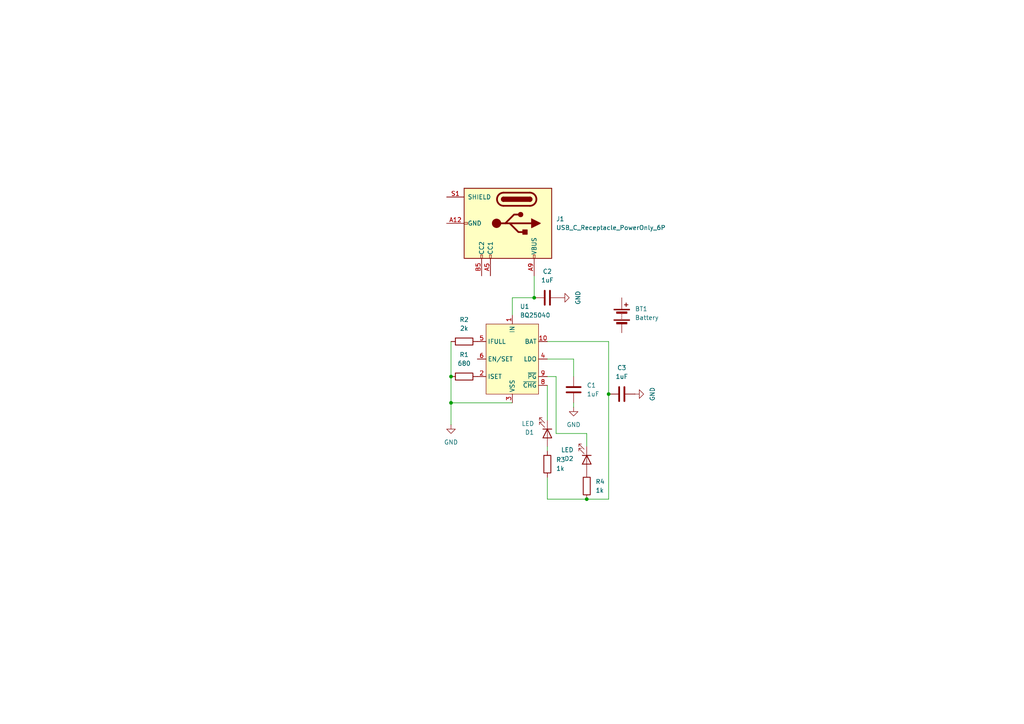
<source format=kicad_sch>
(kicad_sch
	(version 20231120)
	(generator "eeschema")
	(generator_version "8.0")
	(uuid "c62df1a8-6146-40bc-a135-9132a6a37eb4")
	(paper "A4")
	(lib_symbols
		(symbol "Battery_Management:BQ25040"
			(exclude_from_sim no)
			(in_bom yes)
			(on_board yes)
			(property "Reference" "U"
				(at -6.35 11.43 0)
				(effects
					(font
						(size 1.27 1.27)
					)
				)
			)
			(property "Value" "BQ25040"
				(at 7.62 11.43 0)
				(effects
					(font
						(size 1.27 1.27)
					)
				)
			)
			(property "Footprint" "Package_SON:WSON-10-1EP_2x3mm_P0.5mm_EP0.84x2.4mm_ThermalVias"
				(at 0 0 0)
				(effects
					(font
						(size 1.27 1.27)
					)
					(hide yes)
				)
			)
			(property "Datasheet" "https://www.ti.com/lit/ds/symlink/bq25040.pdf"
				(at 0 0 0)
				(effects
					(font
						(size 1.27 1.27)
					)
					(hide yes)
				)
			)
			(property "Description" "1.1A, single cell Li-ion battery charger with 50mA LDO, up to 30V input, WSON-10"
				(at 0 0 0)
				(effects
					(font
						(size 1.27 1.27)
					)
					(hide yes)
				)
			)
			(property "ki_keywords" "lithium"
				(at 0 0 0)
				(effects
					(font
						(size 1.27 1.27)
					)
					(hide yes)
				)
			)
			(property "ki_fp_filters" "WSON*10*1EP*2x3mm*P0.5mm*EP0.84x2.4mm*"
				(at 0 0 0)
				(effects
					(font
						(size 1.27 1.27)
					)
					(hide yes)
				)
			)
			(symbol "BQ25040_1_1"
				(rectangle
					(start -7.62 10.16)
					(end 7.62 -10.16)
					(stroke
						(width 0)
						(type default)
					)
					(fill
						(type background)
					)
				)
				(pin power_in line
					(at 0 12.7 270)
					(length 2.54)
					(name "IN"
						(effects
							(font
								(size 1.27 1.27)
							)
						)
					)
					(number "1"
						(effects
							(font
								(size 1.27 1.27)
							)
						)
					)
				)
				(pin power_out line
					(at 10.16 5.08 180)
					(length 2.54)
					(name "BAT"
						(effects
							(font
								(size 1.27 1.27)
							)
						)
					)
					(number "10"
						(effects
							(font
								(size 1.27 1.27)
							)
						)
					)
				)
				(pin passive line
					(at 0 -12.7 90)
					(length 2.54) hide
					(name "VSS"
						(effects
							(font
								(size 1.27 1.27)
							)
						)
					)
					(number "11"
						(effects
							(font
								(size 1.27 1.27)
							)
						)
					)
				)
				(pin input line
					(at -10.16 -5.08 0)
					(length 2.54)
					(name "ISET"
						(effects
							(font
								(size 1.27 1.27)
							)
						)
					)
					(number "2"
						(effects
							(font
								(size 1.27 1.27)
							)
						)
					)
				)
				(pin power_in line
					(at 0 -12.7 90)
					(length 2.54)
					(name "VSS"
						(effects
							(font
								(size 1.27 1.27)
							)
						)
					)
					(number "3"
						(effects
							(font
								(size 1.27 1.27)
							)
						)
					)
				)
				(pin power_out line
					(at 10.16 0 180)
					(length 2.54)
					(name "LDO"
						(effects
							(font
								(size 1.27 1.27)
							)
						)
					)
					(number "4"
						(effects
							(font
								(size 1.27 1.27)
							)
						)
					)
				)
				(pin input line
					(at -10.16 5.08 0)
					(length 2.54)
					(name "IFULL"
						(effects
							(font
								(size 1.27 1.27)
							)
						)
					)
					(number "5"
						(effects
							(font
								(size 1.27 1.27)
							)
						)
					)
				)
				(pin input line
					(at -10.16 0 0)
					(length 2.54)
					(name "EN/SET"
						(effects
							(font
								(size 1.27 1.27)
							)
						)
					)
					(number "6"
						(effects
							(font
								(size 1.27 1.27)
							)
						)
					)
				)
				(pin passive line
					(at 0 -12.7 90)
					(length 2.54) hide
					(name "VSS"
						(effects
							(font
								(size 1.27 1.27)
							)
						)
					)
					(number "7"
						(effects
							(font
								(size 1.27 1.27)
							)
						)
					)
				)
				(pin open_collector line
					(at 10.16 -7.62 180)
					(length 2.54)
					(name "~{CHG}"
						(effects
							(font
								(size 1.27 1.27)
							)
						)
					)
					(number "8"
						(effects
							(font
								(size 1.27 1.27)
							)
						)
					)
				)
				(pin open_collector line
					(at 10.16 -5.08 180)
					(length 2.54)
					(name "~{PG}"
						(effects
							(font
								(size 1.27 1.27)
							)
						)
					)
					(number "9"
						(effects
							(font
								(size 1.27 1.27)
							)
						)
					)
				)
			)
		)
		(symbol "Connector:USB_C_Receptacle_PowerOnly_6P"
			(pin_names
				(offset 1.016)
			)
			(exclude_from_sim no)
			(in_bom yes)
			(on_board yes)
			(property "Reference" "J"
				(at 0 16.51 0)
				(effects
					(font
						(size 1.27 1.27)
					)
					(justify bottom)
				)
			)
			(property "Value" "USB_C_Receptacle_PowerOnly_6P"
				(at 0 13.97 0)
				(effects
					(font
						(size 1.27 1.27)
					)
					(justify bottom)
				)
			)
			(property "Footprint" ""
				(at 3.81 2.54 0)
				(effects
					(font
						(size 1.27 1.27)
					)
					(hide yes)
				)
			)
			(property "Datasheet" "https://www.usb.org/sites/default/files/documents/usb_type-c.zip"
				(at 0 0 0)
				(effects
					(font
						(size 1.27 1.27)
					)
					(hide yes)
				)
			)
			(property "Description" "USB Power-Only 6P Type-C Receptacle connector"
				(at 0 0 0)
				(effects
					(font
						(size 1.27 1.27)
					)
					(hide yes)
				)
			)
			(property "ki_keywords" "usb universal serial bus type-C power-only charging-only 6P 6C"
				(at 0 0 0)
				(effects
					(font
						(size 1.27 1.27)
					)
					(hide yes)
				)
			)
			(property "ki_fp_filters" "USB*C*Receptacle*"
				(at 0 0 0)
				(effects
					(font
						(size 1.27 1.27)
					)
					(hide yes)
				)
			)
			(symbol "USB_C_Receptacle_PowerOnly_6P_0_0"
				(rectangle
					(start -0.254 -12.7)
					(end 0.254 -11.684)
					(stroke
						(width 0)
						(type default)
					)
					(fill
						(type none)
					)
				)
				(rectangle
					(start 10.16 -7.366)
					(end 9.144 -7.874)
					(stroke
						(width 0)
						(type default)
					)
					(fill
						(type none)
					)
				)
				(rectangle
					(start 10.16 -4.826)
					(end 9.144 -5.334)
					(stroke
						(width 0)
						(type default)
					)
					(fill
						(type none)
					)
				)
				(rectangle
					(start 10.16 7.874)
					(end 9.144 7.366)
					(stroke
						(width 0)
						(type default)
					)
					(fill
						(type none)
					)
				)
			)
			(symbol "USB_C_Receptacle_PowerOnly_6P_0_1"
				(rectangle
					(start -10.16 12.7)
					(end 10.16 -12.7)
					(stroke
						(width 0.254)
						(type default)
					)
					(fill
						(type background)
					)
				)
				(arc
					(start -8.89 -1.27)
					(mid -6.985 -3.1667)
					(end -5.08 -1.27)
					(stroke
						(width 0.508)
						(type default)
					)
					(fill
						(type none)
					)
				)
				(arc
					(start -7.62 -1.27)
					(mid -6.985 -1.9023)
					(end -6.35 -1.27)
					(stroke
						(width 0.254)
						(type default)
					)
					(fill
						(type none)
					)
				)
				(arc
					(start -7.62 -1.27)
					(mid -6.985 -1.9023)
					(end -6.35 -1.27)
					(stroke
						(width 0.254)
						(type default)
					)
					(fill
						(type outline)
					)
				)
				(rectangle
					(start -7.62 -1.27)
					(end -6.35 6.35)
					(stroke
						(width 0.254)
						(type default)
					)
					(fill
						(type outline)
					)
				)
				(arc
					(start -6.35 6.35)
					(mid -6.985 6.9823)
					(end -7.62 6.35)
					(stroke
						(width 0.254)
						(type default)
					)
					(fill
						(type none)
					)
				)
				(arc
					(start -6.35 6.35)
					(mid -6.985 6.9823)
					(end -7.62 6.35)
					(stroke
						(width 0.254)
						(type default)
					)
					(fill
						(type outline)
					)
				)
				(arc
					(start -5.08 6.35)
					(mid -6.985 8.2467)
					(end -8.89 6.35)
					(stroke
						(width 0.508)
						(type default)
					)
					(fill
						(type none)
					)
				)
				(circle
					(center -2.54 3.683)
					(radius 0.635)
					(stroke
						(width 0.254)
						(type default)
					)
					(fill
						(type outline)
					)
				)
				(circle
					(center 0 -3.302)
					(radius 1.27)
					(stroke
						(width 0)
						(type default)
					)
					(fill
						(type outline)
					)
				)
				(polyline
					(pts
						(xy -8.89 -1.27) (xy -8.89 6.35)
					)
					(stroke
						(width 0.508)
						(type default)
					)
					(fill
						(type none)
					)
				)
				(polyline
					(pts
						(xy -5.08 6.35) (xy -5.08 -1.27)
					)
					(stroke
						(width 0.508)
						(type default)
					)
					(fill
						(type none)
					)
				)
				(polyline
					(pts
						(xy 0 -3.302) (xy 0 6.858)
					)
					(stroke
						(width 0.508)
						(type default)
					)
					(fill
						(type none)
					)
				)
				(polyline
					(pts
						(xy 0 -0.762) (xy -2.54 1.778) (xy -2.54 3.048)
					)
					(stroke
						(width 0.508)
						(type default)
					)
					(fill
						(type none)
					)
				)
				(polyline
					(pts
						(xy 0 0.508) (xy 2.54 3.048) (xy 2.54 4.318)
					)
					(stroke
						(width 0.508)
						(type default)
					)
					(fill
						(type none)
					)
				)
				(polyline
					(pts
						(xy -1.27 6.858) (xy 0 9.398) (xy 1.27 6.858) (xy -1.27 6.858)
					)
					(stroke
						(width 0.254)
						(type default)
					)
					(fill
						(type outline)
					)
				)
				(rectangle
					(start 1.905 4.318)
					(end 3.175 5.588)
					(stroke
						(width 0.254)
						(type default)
					)
					(fill
						(type outline)
					)
				)
			)
			(symbol "USB_C_Receptacle_PowerOnly_6P_1_1"
				(pin passive line
					(at 0 -17.78 90)
					(length 5.08)
					(name "GND"
						(effects
							(font
								(size 1.27 1.27)
							)
						)
					)
					(number "A12"
						(effects
							(font
								(size 1.27 1.27)
							)
						)
					)
				)
				(pin bidirectional line
					(at 15.24 -5.08 180)
					(length 5.08)
					(name "CC1"
						(effects
							(font
								(size 1.27 1.27)
							)
						)
					)
					(number "A5"
						(effects
							(font
								(size 1.27 1.27)
							)
						)
					)
				)
				(pin passive line
					(at 15.24 7.62 180)
					(length 5.08)
					(name "VBUS"
						(effects
							(font
								(size 1.27 1.27)
							)
						)
					)
					(number "A9"
						(effects
							(font
								(size 1.27 1.27)
							)
						)
					)
				)
				(pin passive line
					(at 0 -17.78 90)
					(length 5.08) hide
					(name "GND"
						(effects
							(font
								(size 1.27 1.27)
							)
						)
					)
					(number "B12"
						(effects
							(font
								(size 1.27 1.27)
							)
						)
					)
				)
				(pin bidirectional line
					(at 15.24 -7.62 180)
					(length 5.08)
					(name "CC2"
						(effects
							(font
								(size 1.27 1.27)
							)
						)
					)
					(number "B5"
						(effects
							(font
								(size 1.27 1.27)
							)
						)
					)
				)
				(pin passive line
					(at 15.24 7.62 180)
					(length 5.08) hide
					(name "VBUS"
						(effects
							(font
								(size 1.27 1.27)
							)
						)
					)
					(number "B9"
						(effects
							(font
								(size 1.27 1.27)
							)
						)
					)
				)
				(pin passive line
					(at -7.62 -17.78 90)
					(length 5.08)
					(name "SHIELD"
						(effects
							(font
								(size 1.27 1.27)
							)
						)
					)
					(number "S1"
						(effects
							(font
								(size 1.27 1.27)
							)
						)
					)
				)
			)
		)
		(symbol "Device:Battery"
			(pin_numbers hide)
			(pin_names
				(offset 0) hide)
			(exclude_from_sim no)
			(in_bom yes)
			(on_board yes)
			(property "Reference" "BT"
				(at 2.54 2.54 0)
				(effects
					(font
						(size 1.27 1.27)
					)
					(justify left)
				)
			)
			(property "Value" "Battery"
				(at 2.54 0 0)
				(effects
					(font
						(size 1.27 1.27)
					)
					(justify left)
				)
			)
			(property "Footprint" ""
				(at 0 1.524 90)
				(effects
					(font
						(size 1.27 1.27)
					)
					(hide yes)
				)
			)
			(property "Datasheet" "~"
				(at 0 1.524 90)
				(effects
					(font
						(size 1.27 1.27)
					)
					(hide yes)
				)
			)
			(property "Description" "Multiple-cell battery"
				(at 0 0 0)
				(effects
					(font
						(size 1.27 1.27)
					)
					(hide yes)
				)
			)
			(property "ki_keywords" "batt voltage-source cell"
				(at 0 0 0)
				(effects
					(font
						(size 1.27 1.27)
					)
					(hide yes)
				)
			)
			(symbol "Battery_0_1"
				(rectangle
					(start -2.286 -1.27)
					(end 2.286 -1.524)
					(stroke
						(width 0)
						(type default)
					)
					(fill
						(type outline)
					)
				)
				(rectangle
					(start -2.286 1.778)
					(end 2.286 1.524)
					(stroke
						(width 0)
						(type default)
					)
					(fill
						(type outline)
					)
				)
				(rectangle
					(start -1.524 -2.032)
					(end 1.524 -2.54)
					(stroke
						(width 0)
						(type default)
					)
					(fill
						(type outline)
					)
				)
				(rectangle
					(start -1.524 1.016)
					(end 1.524 0.508)
					(stroke
						(width 0)
						(type default)
					)
					(fill
						(type outline)
					)
				)
				(polyline
					(pts
						(xy 0 -1.016) (xy 0 -0.762)
					)
					(stroke
						(width 0)
						(type default)
					)
					(fill
						(type none)
					)
				)
				(polyline
					(pts
						(xy 0 -0.508) (xy 0 -0.254)
					)
					(stroke
						(width 0)
						(type default)
					)
					(fill
						(type none)
					)
				)
				(polyline
					(pts
						(xy 0 0) (xy 0 0.254)
					)
					(stroke
						(width 0)
						(type default)
					)
					(fill
						(type none)
					)
				)
				(polyline
					(pts
						(xy 0 1.778) (xy 0 2.54)
					)
					(stroke
						(width 0)
						(type default)
					)
					(fill
						(type none)
					)
				)
				(polyline
					(pts
						(xy 0.762 3.048) (xy 1.778 3.048)
					)
					(stroke
						(width 0.254)
						(type default)
					)
					(fill
						(type none)
					)
				)
				(polyline
					(pts
						(xy 1.27 3.556) (xy 1.27 2.54)
					)
					(stroke
						(width 0.254)
						(type default)
					)
					(fill
						(type none)
					)
				)
			)
			(symbol "Battery_1_1"
				(pin passive line
					(at 0 5.08 270)
					(length 2.54)
					(name "+"
						(effects
							(font
								(size 1.27 1.27)
							)
						)
					)
					(number "1"
						(effects
							(font
								(size 1.27 1.27)
							)
						)
					)
				)
				(pin passive line
					(at 0 -5.08 90)
					(length 2.54)
					(name "-"
						(effects
							(font
								(size 1.27 1.27)
							)
						)
					)
					(number "2"
						(effects
							(font
								(size 1.27 1.27)
							)
						)
					)
				)
			)
		)
		(symbol "Device:C"
			(pin_numbers hide)
			(pin_names
				(offset 0.254)
			)
			(exclude_from_sim no)
			(in_bom yes)
			(on_board yes)
			(property "Reference" "C"
				(at 0.635 2.54 0)
				(effects
					(font
						(size 1.27 1.27)
					)
					(justify left)
				)
			)
			(property "Value" "C"
				(at 0.635 -2.54 0)
				(effects
					(font
						(size 1.27 1.27)
					)
					(justify left)
				)
			)
			(property "Footprint" ""
				(at 0.9652 -3.81 0)
				(effects
					(font
						(size 1.27 1.27)
					)
					(hide yes)
				)
			)
			(property "Datasheet" "~"
				(at 0 0 0)
				(effects
					(font
						(size 1.27 1.27)
					)
					(hide yes)
				)
			)
			(property "Description" "Unpolarized capacitor"
				(at 0 0 0)
				(effects
					(font
						(size 1.27 1.27)
					)
					(hide yes)
				)
			)
			(property "ki_keywords" "cap capacitor"
				(at 0 0 0)
				(effects
					(font
						(size 1.27 1.27)
					)
					(hide yes)
				)
			)
			(property "ki_fp_filters" "C_*"
				(at 0 0 0)
				(effects
					(font
						(size 1.27 1.27)
					)
					(hide yes)
				)
			)
			(symbol "C_0_1"
				(polyline
					(pts
						(xy -2.032 -0.762) (xy 2.032 -0.762)
					)
					(stroke
						(width 0.508)
						(type default)
					)
					(fill
						(type none)
					)
				)
				(polyline
					(pts
						(xy -2.032 0.762) (xy 2.032 0.762)
					)
					(stroke
						(width 0.508)
						(type default)
					)
					(fill
						(type none)
					)
				)
			)
			(symbol "C_1_1"
				(pin passive line
					(at 0 3.81 270)
					(length 2.794)
					(name "~"
						(effects
							(font
								(size 1.27 1.27)
							)
						)
					)
					(number "1"
						(effects
							(font
								(size 1.27 1.27)
							)
						)
					)
				)
				(pin passive line
					(at 0 -3.81 90)
					(length 2.794)
					(name "~"
						(effects
							(font
								(size 1.27 1.27)
							)
						)
					)
					(number "2"
						(effects
							(font
								(size 1.27 1.27)
							)
						)
					)
				)
			)
		)
		(symbol "Device:LED"
			(pin_numbers hide)
			(pin_names
				(offset 1.016) hide)
			(exclude_from_sim no)
			(in_bom yes)
			(on_board yes)
			(property "Reference" "D"
				(at 0 2.54 0)
				(effects
					(font
						(size 1.27 1.27)
					)
				)
			)
			(property "Value" "LED"
				(at 0 -2.54 0)
				(effects
					(font
						(size 1.27 1.27)
					)
				)
			)
			(property "Footprint" ""
				(at 0 0 0)
				(effects
					(font
						(size 1.27 1.27)
					)
					(hide yes)
				)
			)
			(property "Datasheet" "~"
				(at 0 0 0)
				(effects
					(font
						(size 1.27 1.27)
					)
					(hide yes)
				)
			)
			(property "Description" "Light emitting diode"
				(at 0 0 0)
				(effects
					(font
						(size 1.27 1.27)
					)
					(hide yes)
				)
			)
			(property "ki_keywords" "LED diode"
				(at 0 0 0)
				(effects
					(font
						(size 1.27 1.27)
					)
					(hide yes)
				)
			)
			(property "ki_fp_filters" "LED* LED_SMD:* LED_THT:*"
				(at 0 0 0)
				(effects
					(font
						(size 1.27 1.27)
					)
					(hide yes)
				)
			)
			(symbol "LED_0_1"
				(polyline
					(pts
						(xy -1.27 -1.27) (xy -1.27 1.27)
					)
					(stroke
						(width 0.254)
						(type default)
					)
					(fill
						(type none)
					)
				)
				(polyline
					(pts
						(xy -1.27 0) (xy 1.27 0)
					)
					(stroke
						(width 0)
						(type default)
					)
					(fill
						(type none)
					)
				)
				(polyline
					(pts
						(xy 1.27 -1.27) (xy 1.27 1.27) (xy -1.27 0) (xy 1.27 -1.27)
					)
					(stroke
						(width 0.254)
						(type default)
					)
					(fill
						(type none)
					)
				)
				(polyline
					(pts
						(xy -3.048 -0.762) (xy -4.572 -2.286) (xy -3.81 -2.286) (xy -4.572 -2.286) (xy -4.572 -1.524)
					)
					(stroke
						(width 0)
						(type default)
					)
					(fill
						(type none)
					)
				)
				(polyline
					(pts
						(xy -1.778 -0.762) (xy -3.302 -2.286) (xy -2.54 -2.286) (xy -3.302 -2.286) (xy -3.302 -1.524)
					)
					(stroke
						(width 0)
						(type default)
					)
					(fill
						(type none)
					)
				)
			)
			(symbol "LED_1_1"
				(pin passive line
					(at -3.81 0 0)
					(length 2.54)
					(name "K"
						(effects
							(font
								(size 1.27 1.27)
							)
						)
					)
					(number "1"
						(effects
							(font
								(size 1.27 1.27)
							)
						)
					)
				)
				(pin passive line
					(at 3.81 0 180)
					(length 2.54)
					(name "A"
						(effects
							(font
								(size 1.27 1.27)
							)
						)
					)
					(number "2"
						(effects
							(font
								(size 1.27 1.27)
							)
						)
					)
				)
			)
		)
		(symbol "Device:R"
			(pin_numbers hide)
			(pin_names
				(offset 0)
			)
			(exclude_from_sim no)
			(in_bom yes)
			(on_board yes)
			(property "Reference" "R"
				(at 2.032 0 90)
				(effects
					(font
						(size 1.27 1.27)
					)
				)
			)
			(property "Value" "R"
				(at 0 0 90)
				(effects
					(font
						(size 1.27 1.27)
					)
				)
			)
			(property "Footprint" ""
				(at -1.778 0 90)
				(effects
					(font
						(size 1.27 1.27)
					)
					(hide yes)
				)
			)
			(property "Datasheet" "~"
				(at 0 0 0)
				(effects
					(font
						(size 1.27 1.27)
					)
					(hide yes)
				)
			)
			(property "Description" "Resistor"
				(at 0 0 0)
				(effects
					(font
						(size 1.27 1.27)
					)
					(hide yes)
				)
			)
			(property "ki_keywords" "R res resistor"
				(at 0 0 0)
				(effects
					(font
						(size 1.27 1.27)
					)
					(hide yes)
				)
			)
			(property "ki_fp_filters" "R_*"
				(at 0 0 0)
				(effects
					(font
						(size 1.27 1.27)
					)
					(hide yes)
				)
			)
			(symbol "R_0_1"
				(rectangle
					(start -1.016 -2.54)
					(end 1.016 2.54)
					(stroke
						(width 0.254)
						(type default)
					)
					(fill
						(type none)
					)
				)
			)
			(symbol "R_1_1"
				(pin passive line
					(at 0 3.81 270)
					(length 1.27)
					(name "~"
						(effects
							(font
								(size 1.27 1.27)
							)
						)
					)
					(number "1"
						(effects
							(font
								(size 1.27 1.27)
							)
						)
					)
				)
				(pin passive line
					(at 0 -3.81 90)
					(length 1.27)
					(name "~"
						(effects
							(font
								(size 1.27 1.27)
							)
						)
					)
					(number "2"
						(effects
							(font
								(size 1.27 1.27)
							)
						)
					)
				)
			)
		)
		(symbol "power:GND"
			(power)
			(pin_numbers hide)
			(pin_names
				(offset 0) hide)
			(exclude_from_sim no)
			(in_bom yes)
			(on_board yes)
			(property "Reference" "#PWR"
				(at 0 -6.35 0)
				(effects
					(font
						(size 1.27 1.27)
					)
					(hide yes)
				)
			)
			(property "Value" "GND"
				(at 0 -3.81 0)
				(effects
					(font
						(size 1.27 1.27)
					)
				)
			)
			(property "Footprint" ""
				(at 0 0 0)
				(effects
					(font
						(size 1.27 1.27)
					)
					(hide yes)
				)
			)
			(property "Datasheet" ""
				(at 0 0 0)
				(effects
					(font
						(size 1.27 1.27)
					)
					(hide yes)
				)
			)
			(property "Description" "Power symbol creates a global label with name \"GND\" , ground"
				(at 0 0 0)
				(effects
					(font
						(size 1.27 1.27)
					)
					(hide yes)
				)
			)
			(property "ki_keywords" "global power"
				(at 0 0 0)
				(effects
					(font
						(size 1.27 1.27)
					)
					(hide yes)
				)
			)
			(symbol "GND_0_1"
				(polyline
					(pts
						(xy 0 0) (xy 0 -1.27) (xy 1.27 -1.27) (xy 0 -2.54) (xy -1.27 -1.27) (xy 0 -1.27)
					)
					(stroke
						(width 0)
						(type default)
					)
					(fill
						(type none)
					)
				)
			)
			(symbol "GND_1_1"
				(pin power_in line
					(at 0 0 270)
					(length 0)
					(name "~"
						(effects
							(font
								(size 1.27 1.27)
							)
						)
					)
					(number "1"
						(effects
							(font
								(size 1.27 1.27)
							)
						)
					)
				)
			)
		)
	)
	(junction
		(at 130.81 116.84)
		(diameter 0)
		(color 0 0 0 0)
		(uuid "07fcb02e-b6b8-47b8-8640-b4ae9a7bbfae")
	)
	(junction
		(at 170.18 144.78)
		(diameter 0)
		(color 0 0 0 0)
		(uuid "44d8c0c5-27b3-4522-92dd-c001c3874239")
	)
	(junction
		(at 176.53 114.3)
		(diameter 0)
		(color 0 0 0 0)
		(uuid "6a2374ea-38d2-4291-b71d-9083c55e6f97")
	)
	(junction
		(at 130.81 109.22)
		(diameter 0)
		(color 0 0 0 0)
		(uuid "ca6e6f7e-6718-4680-8019-f602b4f3d944")
	)
	(junction
		(at 154.94 86.36)
		(diameter 0)
		(color 0 0 0 0)
		(uuid "fa9e4916-97d5-46b1-a362-901bf9b40b0f")
	)
	(wire
		(pts
			(xy 158.75 138.43) (xy 158.75 144.78)
		)
		(stroke
			(width 0)
			(type default)
		)
		(uuid "07a166ba-d743-40a8-bf04-9141296f37cf")
	)
	(wire
		(pts
			(xy 148.59 116.84) (xy 130.81 116.84)
		)
		(stroke
			(width 0)
			(type default)
		)
		(uuid "148f56d3-3813-43f0-9edf-5a22d956d1bc")
	)
	(wire
		(pts
			(xy 154.94 86.36) (xy 148.59 86.36)
		)
		(stroke
			(width 0)
			(type default)
		)
		(uuid "1718b861-29fd-4f62-a990-b2b43676fb59")
	)
	(wire
		(pts
			(xy 176.53 144.78) (xy 170.18 144.78)
		)
		(stroke
			(width 0)
			(type default)
		)
		(uuid "25874271-3d33-4a85-94fc-9ab5ead51102")
	)
	(wire
		(pts
			(xy 166.37 104.14) (xy 166.37 109.22)
		)
		(stroke
			(width 0)
			(type default)
		)
		(uuid "35e49fc6-acc9-4080-ae83-6423e740fc69")
	)
	(wire
		(pts
			(xy 158.75 99.06) (xy 176.53 99.06)
		)
		(stroke
			(width 0)
			(type default)
		)
		(uuid "432ea443-a272-4fe6-a838-c115a4a1dc45")
	)
	(wire
		(pts
			(xy 166.37 116.84) (xy 166.37 118.11)
		)
		(stroke
			(width 0)
			(type default)
		)
		(uuid "455cdc21-6583-46e3-9a95-d96b9d64bf1b")
	)
	(wire
		(pts
			(xy 154.94 80.01) (xy 154.94 86.36)
		)
		(stroke
			(width 0)
			(type default)
		)
		(uuid "512a7289-5d3d-4b0d-a118-60777ab58bc9")
	)
	(wire
		(pts
			(xy 176.53 114.3) (xy 176.53 144.78)
		)
		(stroke
			(width 0)
			(type default)
		)
		(uuid "63f31249-3dbb-43c7-bf34-4aafe9ad0c45")
	)
	(wire
		(pts
			(xy 176.53 99.06) (xy 176.53 114.3)
		)
		(stroke
			(width 0)
			(type default)
		)
		(uuid "7d7792e8-a5ad-41dd-82a0-d22f0f8c6ffb")
	)
	(wire
		(pts
			(xy 170.18 129.54) (xy 170.18 125.73)
		)
		(stroke
			(width 0)
			(type default)
		)
		(uuid "84399b90-60b9-4d9b-bea3-3c0f58b43e58")
	)
	(wire
		(pts
			(xy 130.81 116.84) (xy 130.81 123.19)
		)
		(stroke
			(width 0)
			(type default)
		)
		(uuid "8a629a39-612c-4516-8d54-0067edbd5294")
	)
	(wire
		(pts
			(xy 161.29 109.22) (xy 158.75 109.22)
		)
		(stroke
			(width 0)
			(type default)
		)
		(uuid "a186e396-1bc7-4fa9-8889-88d112fa1a8a")
	)
	(wire
		(pts
			(xy 158.75 104.14) (xy 166.37 104.14)
		)
		(stroke
			(width 0)
			(type default)
		)
		(uuid "a59e0273-b491-4540-a2f9-db92191e5ee1")
	)
	(wire
		(pts
			(xy 130.81 109.22) (xy 130.81 116.84)
		)
		(stroke
			(width 0)
			(type default)
		)
		(uuid "b33ee202-8497-426a-9e26-f38f1865b450")
	)
	(wire
		(pts
			(xy 161.29 125.73) (xy 161.29 109.22)
		)
		(stroke
			(width 0)
			(type default)
		)
		(uuid "c00437c3-5e6b-42ca-9ad1-7b0b118ec4fd")
	)
	(wire
		(pts
			(xy 130.81 99.06) (xy 130.81 109.22)
		)
		(stroke
			(width 0)
			(type default)
		)
		(uuid "ce140644-19a8-4ab7-a814-92ebd2198d18")
	)
	(wire
		(pts
			(xy 158.75 144.78) (xy 170.18 144.78)
		)
		(stroke
			(width 0)
			(type default)
		)
		(uuid "d29daed8-32bb-401d-bfdf-e9e1567a8571")
	)
	(wire
		(pts
			(xy 158.75 111.76) (xy 158.75 121.92)
		)
		(stroke
			(width 0)
			(type default)
		)
		(uuid "d9997e74-3031-42d2-9c43-38637212fc1b")
	)
	(wire
		(pts
			(xy 148.59 86.36) (xy 148.59 91.44)
		)
		(stroke
			(width 0)
			(type default)
		)
		(uuid "e4dae5b1-1d97-439a-8269-cc065b7b1878")
	)
	(wire
		(pts
			(xy 170.18 125.73) (xy 161.29 125.73)
		)
		(stroke
			(width 0)
			(type default)
		)
		(uuid "e524a5bd-b830-4b7d-9562-45634aa5bdf4")
	)
	(wire
		(pts
			(xy 158.75 129.54) (xy 158.75 130.81)
		)
		(stroke
			(width 0)
			(type default)
		)
		(uuid "f7e72ac0-cd06-4490-a5e0-6fcfcc927df3")
	)
	(symbol
		(lib_id "power:GND")
		(at 162.56 86.36 90)
		(unit 1)
		(exclude_from_sim no)
		(in_bom yes)
		(on_board yes)
		(dnp no)
		(uuid "12e472a1-c388-4d88-8196-7f38934b5460")
		(property "Reference" "#PWR01"
			(at 168.91 86.36 0)
			(effects
				(font
					(size 1.27 1.27)
				)
				(hide yes)
			)
		)
		(property "Value" "GND"
			(at 167.64 86.36 0)
			(effects
				(font
					(size 1.27 1.27)
				)
			)
		)
		(property "Footprint" ""
			(at 162.56 86.36 0)
			(effects
				(font
					(size 1.27 1.27)
				)
				(hide yes)
			)
		)
		(property "Datasheet" ""
			(at 162.56 86.36 0)
			(effects
				(font
					(size 1.27 1.27)
				)
				(hide yes)
			)
		)
		(property "Description" "Power symbol creates a global label with name \"GND\" , ground"
			(at 162.56 86.36 0)
			(effects
				(font
					(size 1.27 1.27)
				)
				(hide yes)
			)
		)
		(pin "1"
			(uuid "6f0ee1c1-d3f2-408e-a50b-b88d1e8127b1")
		)
		(instances
			(project "Battery mangement"
				(path "/c62df1a8-6146-40bc-a135-9132a6a37eb4"
					(reference "#PWR01")
					(unit 1)
				)
			)
		)
	)
	(symbol
		(lib_id "Device:R")
		(at 170.18 140.97 0)
		(unit 1)
		(exclude_from_sim no)
		(in_bom yes)
		(on_board yes)
		(dnp no)
		(fields_autoplaced yes)
		(uuid "18c746fe-0279-4ca1-a820-4eeb01fda9da")
		(property "Reference" "R4"
			(at 172.72 139.6999 0)
			(effects
				(font
					(size 1.27 1.27)
				)
				(justify left)
			)
		)
		(property "Value" "1k"
			(at 172.72 142.2399 0)
			(effects
				(font
					(size 1.27 1.27)
				)
				(justify left)
			)
		)
		(property "Footprint" ""
			(at 168.402 140.97 90)
			(effects
				(font
					(size 1.27 1.27)
				)
				(hide yes)
			)
		)
		(property "Datasheet" "~"
			(at 170.18 140.97 0)
			(effects
				(font
					(size 1.27 1.27)
				)
				(hide yes)
			)
		)
		(property "Description" "Resistor"
			(at 170.18 140.97 0)
			(effects
				(font
					(size 1.27 1.27)
				)
				(hide yes)
			)
		)
		(pin "1"
			(uuid "90836734-b752-4675-9307-f0ee254a8cd8")
		)
		(pin "2"
			(uuid "793e946d-65c7-430a-a950-ed88b2460238")
		)
		(instances
			(project "Battery mangement"
				(path "/c62df1a8-6146-40bc-a135-9132a6a37eb4"
					(reference "R4")
					(unit 1)
				)
			)
		)
	)
	(symbol
		(lib_id "power:GND")
		(at 130.81 123.19 0)
		(unit 1)
		(exclude_from_sim no)
		(in_bom yes)
		(on_board yes)
		(dnp no)
		(uuid "192ef3dc-5415-4bb7-9a88-48cdea80c5e6")
		(property "Reference" "#PWR02"
			(at 130.81 129.54 0)
			(effects
				(font
					(size 1.27 1.27)
				)
				(hide yes)
			)
		)
		(property "Value" "GND"
			(at 130.81 128.27 0)
			(effects
				(font
					(size 1.27 1.27)
				)
			)
		)
		(property "Footprint" ""
			(at 130.81 123.19 0)
			(effects
				(font
					(size 1.27 1.27)
				)
				(hide yes)
			)
		)
		(property "Datasheet" ""
			(at 130.81 123.19 0)
			(effects
				(font
					(size 1.27 1.27)
				)
				(hide yes)
			)
		)
		(property "Description" "Power symbol creates a global label with name \"GND\" , ground"
			(at 130.81 123.19 0)
			(effects
				(font
					(size 1.27 1.27)
				)
				(hide yes)
			)
		)
		(pin "1"
			(uuid "a1bb506e-f97b-40f9-ba9b-d30bc34182e7")
		)
		(instances
			(project "Battery mangement"
				(path "/c62df1a8-6146-40bc-a135-9132a6a37eb4"
					(reference "#PWR02")
					(unit 1)
				)
			)
		)
	)
	(symbol
		(lib_id "Device:R")
		(at 134.62 109.22 90)
		(unit 1)
		(exclude_from_sim no)
		(in_bom yes)
		(on_board yes)
		(dnp no)
		(fields_autoplaced yes)
		(uuid "3519ebee-7b87-4172-a96d-ff82fb206529")
		(property "Reference" "R1"
			(at 134.62 102.87 90)
			(effects
				(font
					(size 1.27 1.27)
				)
			)
		)
		(property "Value" "680"
			(at 134.62 105.41 90)
			(effects
				(font
					(size 1.27 1.27)
				)
			)
		)
		(property "Footprint" ""
			(at 134.62 110.998 90)
			(effects
				(font
					(size 1.27 1.27)
				)
				(hide yes)
			)
		)
		(property "Datasheet" "~"
			(at 134.62 109.22 0)
			(effects
				(font
					(size 1.27 1.27)
				)
				(hide yes)
			)
		)
		(property "Description" "Resistor"
			(at 134.62 109.22 0)
			(effects
				(font
					(size 1.27 1.27)
				)
				(hide yes)
			)
		)
		(pin "1"
			(uuid "f497dd3c-5093-4177-ab2f-3c6794dd24f2")
		)
		(pin "2"
			(uuid "7f120900-acbf-4b85-9bd3-6482375aafea")
		)
		(instances
			(project ""
				(path "/c62df1a8-6146-40bc-a135-9132a6a37eb4"
					(reference "R1")
					(unit 1)
				)
			)
		)
	)
	(symbol
		(lib_id "Device:Battery")
		(at 180.34 91.44 0)
		(unit 1)
		(exclude_from_sim no)
		(in_bom yes)
		(on_board yes)
		(dnp no)
		(fields_autoplaced yes)
		(uuid "44031a4c-eba7-4e1c-b9e5-c85d449ca792")
		(property "Reference" "BT1"
			(at 184.15 89.5984 0)
			(effects
				(font
					(size 1.27 1.27)
				)
				(justify left)
			)
		)
		(property "Value" "Battery"
			(at 184.15 92.1384 0)
			(effects
				(font
					(size 1.27 1.27)
				)
				(justify left)
			)
		)
		(property "Footprint" ""
			(at 180.34 89.916 90)
			(effects
				(font
					(size 1.27 1.27)
				)
				(hide yes)
			)
		)
		(property "Datasheet" "~"
			(at 180.34 89.916 90)
			(effects
				(font
					(size 1.27 1.27)
				)
				(hide yes)
			)
		)
		(property "Description" "Multiple-cell battery"
			(at 180.34 91.44 0)
			(effects
				(font
					(size 1.27 1.27)
				)
				(hide yes)
			)
		)
		(pin "1"
			(uuid "9df7f7c2-7f94-4e86-8ac8-3b450b4a9e15")
		)
		(pin "2"
			(uuid "0b403127-326a-4785-8bb0-e2d64a14d4c2")
		)
		(instances
			(project ""
				(path "/c62df1a8-6146-40bc-a135-9132a6a37eb4"
					(reference "BT1")
					(unit 1)
				)
			)
		)
	)
	(symbol
		(lib_id "Device:R")
		(at 158.75 134.62 0)
		(unit 1)
		(exclude_from_sim no)
		(in_bom yes)
		(on_board yes)
		(dnp no)
		(fields_autoplaced yes)
		(uuid "7d42bc4a-816b-4520-812a-ae4380f5a726")
		(property "Reference" "R3"
			(at 161.29 133.3499 0)
			(effects
				(font
					(size 1.27 1.27)
				)
				(justify left)
			)
		)
		(property "Value" "1k"
			(at 161.29 135.8899 0)
			(effects
				(font
					(size 1.27 1.27)
				)
				(justify left)
			)
		)
		(property "Footprint" ""
			(at 156.972 134.62 90)
			(effects
				(font
					(size 1.27 1.27)
				)
				(hide yes)
			)
		)
		(property "Datasheet" "~"
			(at 158.75 134.62 0)
			(effects
				(font
					(size 1.27 1.27)
				)
				(hide yes)
			)
		)
		(property "Description" "Resistor"
			(at 158.75 134.62 0)
			(effects
				(font
					(size 1.27 1.27)
				)
				(hide yes)
			)
		)
		(pin "1"
			(uuid "94c6b96a-11da-4048-94ef-c77ca1a100d2")
		)
		(pin "2"
			(uuid "4bd0bc09-3f13-42a5-8a2d-68f77429d865")
		)
		(instances
			(project "Battery mangement"
				(path "/c62df1a8-6146-40bc-a135-9132a6a37eb4"
					(reference "R3")
					(unit 1)
				)
			)
		)
	)
	(symbol
		(lib_id "Device:C")
		(at 166.37 113.03 180)
		(unit 1)
		(exclude_from_sim no)
		(in_bom yes)
		(on_board yes)
		(dnp no)
		(fields_autoplaced yes)
		(uuid "8e19481c-7cd5-4f71-80ca-de72b0323742")
		(property "Reference" "C1"
			(at 170.18 111.7599 0)
			(effects
				(font
					(size 1.27 1.27)
				)
				(justify right)
			)
		)
		(property "Value" "1uF"
			(at 170.18 114.2999 0)
			(effects
				(font
					(size 1.27 1.27)
				)
				(justify right)
			)
		)
		(property "Footprint" ""
			(at 165.4048 109.22 0)
			(effects
				(font
					(size 1.27 1.27)
				)
				(hide yes)
			)
		)
		(property "Datasheet" "~"
			(at 166.37 113.03 0)
			(effects
				(font
					(size 1.27 1.27)
				)
				(hide yes)
			)
		)
		(property "Description" "Unpolarized capacitor"
			(at 166.37 113.03 0)
			(effects
				(font
					(size 1.27 1.27)
				)
				(hide yes)
			)
		)
		(pin "1"
			(uuid "29aa8c04-0de8-433b-9416-819390e49165")
		)
		(pin "2"
			(uuid "9831278e-b48e-4f63-b9d2-7dc10d7485f9")
		)
		(instances
			(project "Battery mangement"
				(path "/c62df1a8-6146-40bc-a135-9132a6a37eb4"
					(reference "C1")
					(unit 1)
				)
			)
		)
	)
	(symbol
		(lib_id "Device:R")
		(at 134.62 99.06 90)
		(unit 1)
		(exclude_from_sim no)
		(in_bom yes)
		(on_board yes)
		(dnp no)
		(fields_autoplaced yes)
		(uuid "99ecd64a-a915-420d-a5b2-c6e2121acd7c")
		(property "Reference" "R2"
			(at 134.62 92.71 90)
			(effects
				(font
					(size 1.27 1.27)
				)
			)
		)
		(property "Value" "2k"
			(at 134.62 95.25 90)
			(effects
				(font
					(size 1.27 1.27)
				)
			)
		)
		(property "Footprint" ""
			(at 134.62 100.838 90)
			(effects
				(font
					(size 1.27 1.27)
				)
				(hide yes)
			)
		)
		(property "Datasheet" "~"
			(at 134.62 99.06 0)
			(effects
				(font
					(size 1.27 1.27)
				)
				(hide yes)
			)
		)
		(property "Description" "Resistor"
			(at 134.62 99.06 0)
			(effects
				(font
					(size 1.27 1.27)
				)
				(hide yes)
			)
		)
		(pin "1"
			(uuid "57d8ad46-230c-467e-a6f2-c62ad37515b6")
		)
		(pin "2"
			(uuid "8455b173-cc0b-43d9-b743-56f4b996adb7")
		)
		(instances
			(project "Battery mangement"
				(path "/c62df1a8-6146-40bc-a135-9132a6a37eb4"
					(reference "R2")
					(unit 1)
				)
			)
		)
	)
	(symbol
		(lib_id "power:GND")
		(at 184.15 114.3 90)
		(unit 1)
		(exclude_from_sim no)
		(in_bom yes)
		(on_board yes)
		(dnp no)
		(uuid "a24b14d1-2d4d-40ba-bb05-83754cec542f")
		(property "Reference" "#PWR04"
			(at 190.5 114.3 0)
			(effects
				(font
					(size 1.27 1.27)
				)
				(hide yes)
			)
		)
		(property "Value" "GND"
			(at 189.23 114.3 0)
			(effects
				(font
					(size 1.27 1.27)
				)
			)
		)
		(property "Footprint" ""
			(at 184.15 114.3 0)
			(effects
				(font
					(size 1.27 1.27)
				)
				(hide yes)
			)
		)
		(property "Datasheet" ""
			(at 184.15 114.3 0)
			(effects
				(font
					(size 1.27 1.27)
				)
				(hide yes)
			)
		)
		(property "Description" "Power symbol creates a global label with name \"GND\" , ground"
			(at 184.15 114.3 0)
			(effects
				(font
					(size 1.27 1.27)
				)
				(hide yes)
			)
		)
		(pin "1"
			(uuid "d0ba199d-417d-4711-8dbd-e6d600600d86")
		)
		(instances
			(project "Battery mangement"
				(path "/c62df1a8-6146-40bc-a135-9132a6a37eb4"
					(reference "#PWR04")
					(unit 1)
				)
			)
		)
	)
	(symbol
		(lib_id "Battery_Management:BQ25040")
		(at 148.59 104.14 0)
		(unit 1)
		(exclude_from_sim no)
		(in_bom yes)
		(on_board yes)
		(dnp no)
		(fields_autoplaced yes)
		(uuid "a72914b7-ee2f-47e2-b509-0376ff2df68b")
		(property "Reference" "U1"
			(at 150.7841 88.9 0)
			(effects
				(font
					(size 1.27 1.27)
				)
				(justify left)
			)
		)
		(property "Value" "BQ25040"
			(at 150.7841 91.44 0)
			(effects
				(font
					(size 1.27 1.27)
				)
				(justify left)
			)
		)
		(property "Footprint" "Package_SON:WSON-10-1EP_2x3mm_P0.5mm_EP0.84x2.4mm_ThermalVias"
			(at 148.59 104.14 0)
			(effects
				(font
					(size 1.27 1.27)
				)
				(hide yes)
			)
		)
		(property "Datasheet" "https://www.ti.com/lit/ds/symlink/bq25040.pdf"
			(at 148.59 104.14 0)
			(effects
				(font
					(size 1.27 1.27)
				)
				(hide yes)
			)
		)
		(property "Description" "1.1A, single cell Li-ion battery charger with 50mA LDO, up to 30V input, WSON-10"
			(at 148.59 104.14 0)
			(effects
				(font
					(size 1.27 1.27)
				)
				(hide yes)
			)
		)
		(pin "6"
			(uuid "9d0be674-df38-4e3a-880f-188e80938fd2")
		)
		(pin "11"
			(uuid "a508845b-de96-4462-a75a-cd041447afe5")
		)
		(pin "9"
			(uuid "27b321c9-04a9-4c26-9f23-9c538286de41")
		)
		(pin "3"
			(uuid "2122fa37-4b7c-4ddb-b251-44a25e06fa06")
		)
		(pin "1"
			(uuid "9f8a83b8-2628-442d-8304-3205faee3d4e")
		)
		(pin "7"
			(uuid "5c0a2768-bdbc-4420-bfd8-006b671624f1")
		)
		(pin "5"
			(uuid "cfccb229-a7ac-48bf-bcb1-62da5e79d3d4")
		)
		(pin "8"
			(uuid "5b94500d-981e-4167-9483-801135e99c18")
		)
		(pin "4"
			(uuid "4d2a4816-b7e9-4f40-8760-0b64b7deed13")
		)
		(pin "10"
			(uuid "daaa38ff-a84f-4a8d-ac61-1d990d5ceb0d")
		)
		(pin "2"
			(uuid "60f42e3c-ed29-47b5-a6ec-8223374293ff")
		)
		(instances
			(project ""
				(path "/c62df1a8-6146-40bc-a135-9132a6a37eb4"
					(reference "U1")
					(unit 1)
				)
			)
		)
	)
	(symbol
		(lib_id "Device:C")
		(at 158.75 86.36 90)
		(unit 1)
		(exclude_from_sim no)
		(in_bom yes)
		(on_board yes)
		(dnp no)
		(fields_autoplaced yes)
		(uuid "ae157224-6adf-423f-92db-c7914c68cba4")
		(property "Reference" "C2"
			(at 158.75 78.74 90)
			(effects
				(font
					(size 1.27 1.27)
				)
			)
		)
		(property "Value" "1uF"
			(at 158.75 81.28 90)
			(effects
				(font
					(size 1.27 1.27)
				)
			)
		)
		(property "Footprint" ""
			(at 162.56 85.3948 0)
			(effects
				(font
					(size 1.27 1.27)
				)
				(hide yes)
			)
		)
		(property "Datasheet" "~"
			(at 158.75 86.36 0)
			(effects
				(font
					(size 1.27 1.27)
				)
				(hide yes)
			)
		)
		(property "Description" "Unpolarized capacitor"
			(at 158.75 86.36 0)
			(effects
				(font
					(size 1.27 1.27)
				)
				(hide yes)
			)
		)
		(pin "1"
			(uuid "73421f4b-11db-4c7b-ac23-6c4f5eaedd66")
		)
		(pin "2"
			(uuid "25bd9ee5-7d41-42c0-863d-52c405c2679c")
		)
		(instances
			(project ""
				(path "/c62df1a8-6146-40bc-a135-9132a6a37eb4"
					(reference "C2")
					(unit 1)
				)
			)
		)
	)
	(symbol
		(lib_id "Connector:USB_C_Receptacle_PowerOnly_6P")
		(at 147.32 64.77 270)
		(unit 1)
		(exclude_from_sim no)
		(in_bom yes)
		(on_board yes)
		(dnp no)
		(fields_autoplaced yes)
		(uuid "b4816d0f-0ee8-45d6-bdde-b12467fe3d18")
		(property "Reference" "J1"
			(at 161.29 63.4999 90)
			(effects
				(font
					(size 1.27 1.27)
				)
				(justify left)
			)
		)
		(property "Value" "USB_C_Receptacle_PowerOnly_6P"
			(at 161.29 66.0399 90)
			(effects
				(font
					(size 1.27 1.27)
				)
				(justify left)
			)
		)
		(property "Footprint" ""
			(at 149.86 68.58 0)
			(effects
				(font
					(size 1.27 1.27)
				)
				(hide yes)
			)
		)
		(property "Datasheet" "https://www.usb.org/sites/default/files/documents/usb_type-c.zip"
			(at 147.32 64.77 0)
			(effects
				(font
					(size 1.27 1.27)
				)
				(hide yes)
			)
		)
		(property "Description" "USB Power-Only 6P Type-C Receptacle connector"
			(at 147.32 64.77 0)
			(effects
				(font
					(size 1.27 1.27)
				)
				(hide yes)
			)
		)
		(pin "B5"
			(uuid "0f26951d-d38d-4988-80c7-665c00c5066c")
		)
		(pin "B12"
			(uuid "7d33f981-3bed-49ee-b4fc-e450d455459a")
		)
		(pin "A5"
			(uuid "8a6687ee-4f26-438e-ad87-d78014c28824")
		)
		(pin "A12"
			(uuid "c919f141-6179-465c-bb9a-71ae0cc5012b")
		)
		(pin "B9"
			(uuid "8dc7d87f-006c-4800-a6ac-10a54b54d259")
		)
		(pin "S1"
			(uuid "cbbde0f3-734e-469f-a110-a6e2eed63f29")
		)
		(pin "A9"
			(uuid "29526878-b893-4f0a-a6ef-5a253da47da1")
		)
		(instances
			(project ""
				(path "/c62df1a8-6146-40bc-a135-9132a6a37eb4"
					(reference "J1")
					(unit 1)
				)
			)
		)
	)
	(symbol
		(lib_id "Device:C")
		(at 180.34 114.3 90)
		(unit 1)
		(exclude_from_sim no)
		(in_bom yes)
		(on_board yes)
		(dnp no)
		(fields_autoplaced yes)
		(uuid "b76303af-dc90-4382-992b-49e50008e98b")
		(property "Reference" "C3"
			(at 180.34 106.68 90)
			(effects
				(font
					(size 1.27 1.27)
				)
			)
		)
		(property "Value" "1uF"
			(at 180.34 109.22 90)
			(effects
				(font
					(size 1.27 1.27)
				)
			)
		)
		(property "Footprint" ""
			(at 184.15 113.3348 0)
			(effects
				(font
					(size 1.27 1.27)
				)
				(hide yes)
			)
		)
		(property "Datasheet" "~"
			(at 180.34 114.3 0)
			(effects
				(font
					(size 1.27 1.27)
				)
				(hide yes)
			)
		)
		(property "Description" "Unpolarized capacitor"
			(at 180.34 114.3 0)
			(effects
				(font
					(size 1.27 1.27)
				)
				(hide yes)
			)
		)
		(pin "1"
			(uuid "8b698321-61f1-4b53-a4f6-5908e242f838")
		)
		(pin "2"
			(uuid "3d19ab5b-c7d0-4baf-8a5a-86f46a63eea5")
		)
		(instances
			(project "Battery mangement"
				(path "/c62df1a8-6146-40bc-a135-9132a6a37eb4"
					(reference "C3")
					(unit 1)
				)
			)
		)
	)
	(symbol
		(lib_id "power:GND")
		(at 166.37 118.11 0)
		(unit 1)
		(exclude_from_sim no)
		(in_bom yes)
		(on_board yes)
		(dnp no)
		(uuid "c62c04d2-2663-453a-86e9-6fde636eef9b")
		(property "Reference" "#PWR03"
			(at 166.37 124.46 0)
			(effects
				(font
					(size 1.27 1.27)
				)
				(hide yes)
			)
		)
		(property "Value" "GND"
			(at 166.37 123.19 0)
			(effects
				(font
					(size 1.27 1.27)
				)
			)
		)
		(property "Footprint" ""
			(at 166.37 118.11 0)
			(effects
				(font
					(size 1.27 1.27)
				)
				(hide yes)
			)
		)
		(property "Datasheet" ""
			(at 166.37 118.11 0)
			(effects
				(font
					(size 1.27 1.27)
				)
				(hide yes)
			)
		)
		(property "Description" "Power symbol creates a global label with name \"GND\" , ground"
			(at 166.37 118.11 0)
			(effects
				(font
					(size 1.27 1.27)
				)
				(hide yes)
			)
		)
		(pin "1"
			(uuid "aa6034da-1b86-409a-ba9a-8196b2470a3d")
		)
		(instances
			(project "Battery mangement"
				(path "/c62df1a8-6146-40bc-a135-9132a6a37eb4"
					(reference "#PWR03")
					(unit 1)
				)
			)
		)
	)
	(symbol
		(lib_id "Device:LED")
		(at 158.75 125.73 270)
		(unit 1)
		(exclude_from_sim no)
		(in_bom yes)
		(on_board yes)
		(dnp no)
		(uuid "db482ec9-9f5c-4cb0-b4aa-eb3ecb5b827b")
		(property "Reference" "D1"
			(at 154.94 125.4126 90)
			(effects
				(font
					(size 1.27 1.27)
				)
				(justify right)
			)
		)
		(property "Value" "LED"
			(at 154.94 122.8726 90)
			(effects
				(font
					(size 1.27 1.27)
				)
				(justify right)
			)
		)
		(property "Footprint" ""
			(at 158.75 125.73 0)
			(effects
				(font
					(size 1.27 1.27)
				)
				(hide yes)
			)
		)
		(property "Datasheet" "~"
			(at 158.75 125.73 0)
			(effects
				(font
					(size 1.27 1.27)
				)
				(hide yes)
			)
		)
		(property "Description" "Light emitting diode"
			(at 158.75 125.73 0)
			(effects
				(font
					(size 1.27 1.27)
				)
				(hide yes)
			)
		)
		(pin "2"
			(uuid "1dfabf88-af5c-4bd0-ad03-721c93cbc6ee")
		)
		(pin "1"
			(uuid "6035559a-c592-4a63-86d3-8c1088c2b7fa")
		)
		(instances
			(project ""
				(path "/c62df1a8-6146-40bc-a135-9132a6a37eb4"
					(reference "D1")
					(unit 1)
				)
			)
		)
	)
	(symbol
		(lib_id "Device:LED")
		(at 170.18 133.35 270)
		(unit 1)
		(exclude_from_sim no)
		(in_bom yes)
		(on_board yes)
		(dnp no)
		(fields_autoplaced yes)
		(uuid "e30f2580-6c90-44ec-b217-77dcd036f272")
		(property "Reference" "D2"
			(at 166.37 133.0326 90)
			(effects
				(font
					(size 1.27 1.27)
				)
				(justify right)
			)
		)
		(property "Value" "LED"
			(at 166.37 130.4926 90)
			(effects
				(font
					(size 1.27 1.27)
				)
				(justify right)
			)
		)
		(property "Footprint" ""
			(at 170.18 133.35 0)
			(effects
				(font
					(size 1.27 1.27)
				)
				(hide yes)
			)
		)
		(property "Datasheet" "~"
			(at 170.18 133.35 0)
			(effects
				(font
					(size 1.27 1.27)
				)
				(hide yes)
			)
		)
		(property "Description" "Light emitting diode"
			(at 170.18 133.35 0)
			(effects
				(font
					(size 1.27 1.27)
				)
				(hide yes)
			)
		)
		(pin "2"
			(uuid "32468e12-4e2a-43d7-a79e-32f4f0cb27eb")
		)
		(pin "1"
			(uuid "789ebb6f-a897-4503-b1c6-f9b4957f4d8b")
		)
		(instances
			(project "Battery mangement"
				(path "/c62df1a8-6146-40bc-a135-9132a6a37eb4"
					(reference "D2")
					(unit 1)
				)
			)
		)
	)
	(sheet_instances
		(path "/"
			(page "1")
		)
	)
)

</source>
